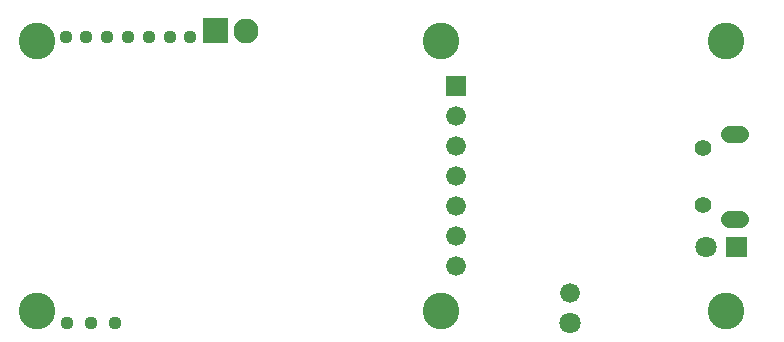
<source format=gbs>
G04 Layer: BottomSolderMaskLayer*
G04 EasyEDA v6.5.5, 2022-06-30 21:59:10*
G04 844943e940ba41f192d5fd3784e3f5d8,9c416354eb984020824aaf9c885bead6,10*
G04 Gerber Generator version 0.2*
G04 Scale: 100 percent, Rotated: No, Reflected: No *
G04 Dimensions in inches *
G04 leading zeros omitted , absolute positions ,3 integer and 6 decimal *
%FSLAX36Y36*%
%MOIN*%

%ADD53C,0.0552*%
%ADD60C,0.0660*%
%ADD61C,0.0709*%
%ADD66C,0.0828*%
%ADD77C,0.0640*%
%ADD78C,0.1221*%
%ADD80C,0.0440*%

%LPD*%
D53*
X2412173Y141729D02*
G01*
X2447606Y141729D01*
X2412173Y-141729D02*
G01*
X2447606Y-141729D01*
D80*
G01*
X615999Y464000D03*
G01*
X477330Y464000D03*
G01*
X546669Y464000D03*
G01*
X269329Y464000D03*
G01*
X338670Y464000D03*
G01*
X408000Y464000D03*
G01*
X200000Y464000D03*
G01*
X284000Y-490000D03*
D60*
G01*
X1880000Y-390000D03*
D61*
G01*
X1880000Y-490000D03*
D60*
G01*
X1500000Y-200000D03*
G01*
X1500000Y-100000D03*
G01*
X1500000Y0D03*
G01*
X1500000Y100000D03*
G01*
X1500000Y200000D03*
G36*
X1466999Y266999D02*
G01*
X1466999Y333000D01*
X1533000Y333000D01*
X1533000Y266999D01*
G37*
G01*
X1500000Y-300000D03*
G36*
X658600Y443600D02*
G01*
X658600Y526399D01*
X741399Y526399D01*
X741399Y443600D01*
G37*
D66*
G01*
X800000Y485000D03*
D53*
G01*
X2324769Y-95470D03*
G01*
X2324769Y95470D03*
G36*
X1468000Y268000D02*
G01*
X1468000Y331999D01*
X1531999Y331999D01*
X1531999Y268000D01*
G37*
D77*
G01*
X1500000Y200000D03*
G01*
X1500000Y100000D03*
G01*
X1500000Y0D03*
G01*
X1500000Y-100000D03*
G01*
X1500000Y-200000D03*
G01*
X1500000Y-300000D03*
D78*
G01*
X1451570Y450000D03*
G01*
X1451570Y-450000D03*
G01*
X104329Y450000D03*
G01*
X104329Y-450000D03*
G36*
X2399499Y-268000D02*
G01*
X2399499Y-201999D01*
X2470500Y-201999D01*
X2470500Y-268000D01*
G37*
D61*
G01*
X2335000Y-235000D03*
D80*
G01*
X203000Y-490000D03*
G01*
X364000Y-490000D03*
D78*
G01*
X2400000Y450000D03*
G01*
X2400000Y-450000D03*
M02*

</source>
